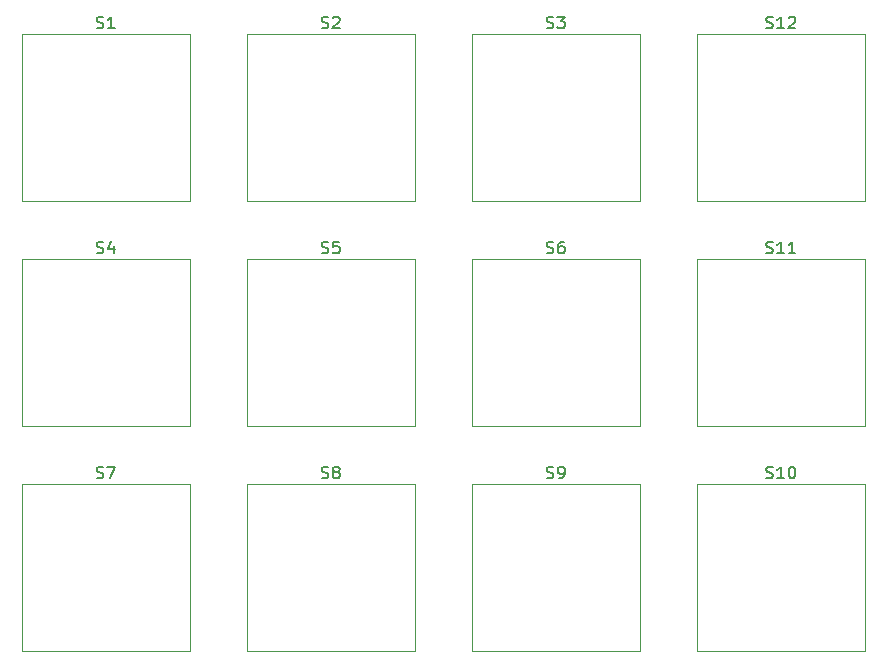
<source format=gbr>
%TF.GenerationSoftware,KiCad,Pcbnew,8.0.5*%
%TF.CreationDate,2024-10-21T21:03:58+03:00*%
%TF.ProjectId,hackpad1,6861636b-7061-4643-912e-6b696361645f,rev?*%
%TF.SameCoordinates,Original*%
%TF.FileFunction,Legend,Top*%
%TF.FilePolarity,Positive*%
%FSLAX46Y46*%
G04 Gerber Fmt 4.6, Leading zero omitted, Abs format (unit mm)*
G04 Created by KiCad (PCBNEW 8.0.5) date 2024-10-21 21:03:58*
%MOMM*%
%LPD*%
G01*
G04 APERTURE LIST*
%ADD10C,0.150000*%
%ADD11C,0.120000*%
G04 APERTURE END LIST*
D10*
X122745595Y-70988450D02*
X122888452Y-71036069D01*
X122888452Y-71036069D02*
X123126547Y-71036069D01*
X123126547Y-71036069D02*
X123221785Y-70988450D01*
X123221785Y-70988450D02*
X123269404Y-70940830D01*
X123269404Y-70940830D02*
X123317023Y-70845592D01*
X123317023Y-70845592D02*
X123317023Y-70750354D01*
X123317023Y-70750354D02*
X123269404Y-70655116D01*
X123269404Y-70655116D02*
X123221785Y-70607497D01*
X123221785Y-70607497D02*
X123126547Y-70559878D01*
X123126547Y-70559878D02*
X122936071Y-70512259D01*
X122936071Y-70512259D02*
X122840833Y-70464640D01*
X122840833Y-70464640D02*
X122793214Y-70417021D01*
X122793214Y-70417021D02*
X122745595Y-70321783D01*
X122745595Y-70321783D02*
X122745595Y-70226545D01*
X122745595Y-70226545D02*
X122793214Y-70131307D01*
X122793214Y-70131307D02*
X122840833Y-70083688D01*
X122840833Y-70083688D02*
X122936071Y-70036069D01*
X122936071Y-70036069D02*
X123174166Y-70036069D01*
X123174166Y-70036069D02*
X123317023Y-70083688D01*
X123697976Y-70131307D02*
X123745595Y-70083688D01*
X123745595Y-70083688D02*
X123840833Y-70036069D01*
X123840833Y-70036069D02*
X124078928Y-70036069D01*
X124078928Y-70036069D02*
X124174166Y-70083688D01*
X124174166Y-70083688D02*
X124221785Y-70131307D01*
X124221785Y-70131307D02*
X124269404Y-70226545D01*
X124269404Y-70226545D02*
X124269404Y-70321783D01*
X124269404Y-70321783D02*
X124221785Y-70464640D01*
X124221785Y-70464640D02*
X123650357Y-71036069D01*
X123650357Y-71036069D02*
X124269404Y-71036069D01*
X141795595Y-70988450D02*
X141938452Y-71036069D01*
X141938452Y-71036069D02*
X142176547Y-71036069D01*
X142176547Y-71036069D02*
X142271785Y-70988450D01*
X142271785Y-70988450D02*
X142319404Y-70940830D01*
X142319404Y-70940830D02*
X142367023Y-70845592D01*
X142367023Y-70845592D02*
X142367023Y-70750354D01*
X142367023Y-70750354D02*
X142319404Y-70655116D01*
X142319404Y-70655116D02*
X142271785Y-70607497D01*
X142271785Y-70607497D02*
X142176547Y-70559878D01*
X142176547Y-70559878D02*
X141986071Y-70512259D01*
X141986071Y-70512259D02*
X141890833Y-70464640D01*
X141890833Y-70464640D02*
X141843214Y-70417021D01*
X141843214Y-70417021D02*
X141795595Y-70321783D01*
X141795595Y-70321783D02*
X141795595Y-70226545D01*
X141795595Y-70226545D02*
X141843214Y-70131307D01*
X141843214Y-70131307D02*
X141890833Y-70083688D01*
X141890833Y-70083688D02*
X141986071Y-70036069D01*
X141986071Y-70036069D02*
X142224166Y-70036069D01*
X142224166Y-70036069D02*
X142367023Y-70083688D01*
X142700357Y-70036069D02*
X143319404Y-70036069D01*
X143319404Y-70036069D02*
X142986071Y-70417021D01*
X142986071Y-70417021D02*
X143128928Y-70417021D01*
X143128928Y-70417021D02*
X143224166Y-70464640D01*
X143224166Y-70464640D02*
X143271785Y-70512259D01*
X143271785Y-70512259D02*
X143319404Y-70607497D01*
X143319404Y-70607497D02*
X143319404Y-70845592D01*
X143319404Y-70845592D02*
X143271785Y-70940830D01*
X143271785Y-70940830D02*
X143224166Y-70988450D01*
X143224166Y-70988450D02*
X143128928Y-71036069D01*
X143128928Y-71036069D02*
X142843214Y-71036069D01*
X142843214Y-71036069D02*
X142747976Y-70988450D01*
X142747976Y-70988450D02*
X142700357Y-70940830D01*
X160369405Y-90038450D02*
X160512262Y-90086069D01*
X160512262Y-90086069D02*
X160750357Y-90086069D01*
X160750357Y-90086069D02*
X160845595Y-90038450D01*
X160845595Y-90038450D02*
X160893214Y-89990830D01*
X160893214Y-89990830D02*
X160940833Y-89895592D01*
X160940833Y-89895592D02*
X160940833Y-89800354D01*
X160940833Y-89800354D02*
X160893214Y-89705116D01*
X160893214Y-89705116D02*
X160845595Y-89657497D01*
X160845595Y-89657497D02*
X160750357Y-89609878D01*
X160750357Y-89609878D02*
X160559881Y-89562259D01*
X160559881Y-89562259D02*
X160464643Y-89514640D01*
X160464643Y-89514640D02*
X160417024Y-89467021D01*
X160417024Y-89467021D02*
X160369405Y-89371783D01*
X160369405Y-89371783D02*
X160369405Y-89276545D01*
X160369405Y-89276545D02*
X160417024Y-89181307D01*
X160417024Y-89181307D02*
X160464643Y-89133688D01*
X160464643Y-89133688D02*
X160559881Y-89086069D01*
X160559881Y-89086069D02*
X160797976Y-89086069D01*
X160797976Y-89086069D02*
X160940833Y-89133688D01*
X161893214Y-90086069D02*
X161321786Y-90086069D01*
X161607500Y-90086069D02*
X161607500Y-89086069D01*
X161607500Y-89086069D02*
X161512262Y-89228926D01*
X161512262Y-89228926D02*
X161417024Y-89324164D01*
X161417024Y-89324164D02*
X161321786Y-89371783D01*
X162845595Y-90086069D02*
X162274167Y-90086069D01*
X162559881Y-90086069D02*
X162559881Y-89086069D01*
X162559881Y-89086069D02*
X162464643Y-89228926D01*
X162464643Y-89228926D02*
X162369405Y-89324164D01*
X162369405Y-89324164D02*
X162274167Y-89371783D01*
X160369405Y-109088450D02*
X160512262Y-109136069D01*
X160512262Y-109136069D02*
X160750357Y-109136069D01*
X160750357Y-109136069D02*
X160845595Y-109088450D01*
X160845595Y-109088450D02*
X160893214Y-109040830D01*
X160893214Y-109040830D02*
X160940833Y-108945592D01*
X160940833Y-108945592D02*
X160940833Y-108850354D01*
X160940833Y-108850354D02*
X160893214Y-108755116D01*
X160893214Y-108755116D02*
X160845595Y-108707497D01*
X160845595Y-108707497D02*
X160750357Y-108659878D01*
X160750357Y-108659878D02*
X160559881Y-108612259D01*
X160559881Y-108612259D02*
X160464643Y-108564640D01*
X160464643Y-108564640D02*
X160417024Y-108517021D01*
X160417024Y-108517021D02*
X160369405Y-108421783D01*
X160369405Y-108421783D02*
X160369405Y-108326545D01*
X160369405Y-108326545D02*
X160417024Y-108231307D01*
X160417024Y-108231307D02*
X160464643Y-108183688D01*
X160464643Y-108183688D02*
X160559881Y-108136069D01*
X160559881Y-108136069D02*
X160797976Y-108136069D01*
X160797976Y-108136069D02*
X160940833Y-108183688D01*
X161893214Y-109136069D02*
X161321786Y-109136069D01*
X161607500Y-109136069D02*
X161607500Y-108136069D01*
X161607500Y-108136069D02*
X161512262Y-108278926D01*
X161512262Y-108278926D02*
X161417024Y-108374164D01*
X161417024Y-108374164D02*
X161321786Y-108421783D01*
X162512262Y-108136069D02*
X162607500Y-108136069D01*
X162607500Y-108136069D02*
X162702738Y-108183688D01*
X162702738Y-108183688D02*
X162750357Y-108231307D01*
X162750357Y-108231307D02*
X162797976Y-108326545D01*
X162797976Y-108326545D02*
X162845595Y-108517021D01*
X162845595Y-108517021D02*
X162845595Y-108755116D01*
X162845595Y-108755116D02*
X162797976Y-108945592D01*
X162797976Y-108945592D02*
X162750357Y-109040830D01*
X162750357Y-109040830D02*
X162702738Y-109088450D01*
X162702738Y-109088450D02*
X162607500Y-109136069D01*
X162607500Y-109136069D02*
X162512262Y-109136069D01*
X162512262Y-109136069D02*
X162417024Y-109088450D01*
X162417024Y-109088450D02*
X162369405Y-109040830D01*
X162369405Y-109040830D02*
X162321786Y-108945592D01*
X162321786Y-108945592D02*
X162274167Y-108755116D01*
X162274167Y-108755116D02*
X162274167Y-108517021D01*
X162274167Y-108517021D02*
X162321786Y-108326545D01*
X162321786Y-108326545D02*
X162369405Y-108231307D01*
X162369405Y-108231307D02*
X162417024Y-108183688D01*
X162417024Y-108183688D02*
X162512262Y-108136069D01*
X103695595Y-70988450D02*
X103838452Y-71036069D01*
X103838452Y-71036069D02*
X104076547Y-71036069D01*
X104076547Y-71036069D02*
X104171785Y-70988450D01*
X104171785Y-70988450D02*
X104219404Y-70940830D01*
X104219404Y-70940830D02*
X104267023Y-70845592D01*
X104267023Y-70845592D02*
X104267023Y-70750354D01*
X104267023Y-70750354D02*
X104219404Y-70655116D01*
X104219404Y-70655116D02*
X104171785Y-70607497D01*
X104171785Y-70607497D02*
X104076547Y-70559878D01*
X104076547Y-70559878D02*
X103886071Y-70512259D01*
X103886071Y-70512259D02*
X103790833Y-70464640D01*
X103790833Y-70464640D02*
X103743214Y-70417021D01*
X103743214Y-70417021D02*
X103695595Y-70321783D01*
X103695595Y-70321783D02*
X103695595Y-70226545D01*
X103695595Y-70226545D02*
X103743214Y-70131307D01*
X103743214Y-70131307D02*
X103790833Y-70083688D01*
X103790833Y-70083688D02*
X103886071Y-70036069D01*
X103886071Y-70036069D02*
X104124166Y-70036069D01*
X104124166Y-70036069D02*
X104267023Y-70083688D01*
X105219404Y-71036069D02*
X104647976Y-71036069D01*
X104933690Y-71036069D02*
X104933690Y-70036069D01*
X104933690Y-70036069D02*
X104838452Y-70178926D01*
X104838452Y-70178926D02*
X104743214Y-70274164D01*
X104743214Y-70274164D02*
X104647976Y-70321783D01*
X141795595Y-90038450D02*
X141938452Y-90086069D01*
X141938452Y-90086069D02*
X142176547Y-90086069D01*
X142176547Y-90086069D02*
X142271785Y-90038450D01*
X142271785Y-90038450D02*
X142319404Y-89990830D01*
X142319404Y-89990830D02*
X142367023Y-89895592D01*
X142367023Y-89895592D02*
X142367023Y-89800354D01*
X142367023Y-89800354D02*
X142319404Y-89705116D01*
X142319404Y-89705116D02*
X142271785Y-89657497D01*
X142271785Y-89657497D02*
X142176547Y-89609878D01*
X142176547Y-89609878D02*
X141986071Y-89562259D01*
X141986071Y-89562259D02*
X141890833Y-89514640D01*
X141890833Y-89514640D02*
X141843214Y-89467021D01*
X141843214Y-89467021D02*
X141795595Y-89371783D01*
X141795595Y-89371783D02*
X141795595Y-89276545D01*
X141795595Y-89276545D02*
X141843214Y-89181307D01*
X141843214Y-89181307D02*
X141890833Y-89133688D01*
X141890833Y-89133688D02*
X141986071Y-89086069D01*
X141986071Y-89086069D02*
X142224166Y-89086069D01*
X142224166Y-89086069D02*
X142367023Y-89133688D01*
X143224166Y-89086069D02*
X143033690Y-89086069D01*
X143033690Y-89086069D02*
X142938452Y-89133688D01*
X142938452Y-89133688D02*
X142890833Y-89181307D01*
X142890833Y-89181307D02*
X142795595Y-89324164D01*
X142795595Y-89324164D02*
X142747976Y-89514640D01*
X142747976Y-89514640D02*
X142747976Y-89895592D01*
X142747976Y-89895592D02*
X142795595Y-89990830D01*
X142795595Y-89990830D02*
X142843214Y-90038450D01*
X142843214Y-90038450D02*
X142938452Y-90086069D01*
X142938452Y-90086069D02*
X143128928Y-90086069D01*
X143128928Y-90086069D02*
X143224166Y-90038450D01*
X143224166Y-90038450D02*
X143271785Y-89990830D01*
X143271785Y-89990830D02*
X143319404Y-89895592D01*
X143319404Y-89895592D02*
X143319404Y-89657497D01*
X143319404Y-89657497D02*
X143271785Y-89562259D01*
X143271785Y-89562259D02*
X143224166Y-89514640D01*
X143224166Y-89514640D02*
X143128928Y-89467021D01*
X143128928Y-89467021D02*
X142938452Y-89467021D01*
X142938452Y-89467021D02*
X142843214Y-89514640D01*
X142843214Y-89514640D02*
X142795595Y-89562259D01*
X142795595Y-89562259D02*
X142747976Y-89657497D01*
X103695595Y-109088450D02*
X103838452Y-109136069D01*
X103838452Y-109136069D02*
X104076547Y-109136069D01*
X104076547Y-109136069D02*
X104171785Y-109088450D01*
X104171785Y-109088450D02*
X104219404Y-109040830D01*
X104219404Y-109040830D02*
X104267023Y-108945592D01*
X104267023Y-108945592D02*
X104267023Y-108850354D01*
X104267023Y-108850354D02*
X104219404Y-108755116D01*
X104219404Y-108755116D02*
X104171785Y-108707497D01*
X104171785Y-108707497D02*
X104076547Y-108659878D01*
X104076547Y-108659878D02*
X103886071Y-108612259D01*
X103886071Y-108612259D02*
X103790833Y-108564640D01*
X103790833Y-108564640D02*
X103743214Y-108517021D01*
X103743214Y-108517021D02*
X103695595Y-108421783D01*
X103695595Y-108421783D02*
X103695595Y-108326545D01*
X103695595Y-108326545D02*
X103743214Y-108231307D01*
X103743214Y-108231307D02*
X103790833Y-108183688D01*
X103790833Y-108183688D02*
X103886071Y-108136069D01*
X103886071Y-108136069D02*
X104124166Y-108136069D01*
X104124166Y-108136069D02*
X104267023Y-108183688D01*
X104600357Y-108136069D02*
X105267023Y-108136069D01*
X105267023Y-108136069D02*
X104838452Y-109136069D01*
X122745595Y-90038450D02*
X122888452Y-90086069D01*
X122888452Y-90086069D02*
X123126547Y-90086069D01*
X123126547Y-90086069D02*
X123221785Y-90038450D01*
X123221785Y-90038450D02*
X123269404Y-89990830D01*
X123269404Y-89990830D02*
X123317023Y-89895592D01*
X123317023Y-89895592D02*
X123317023Y-89800354D01*
X123317023Y-89800354D02*
X123269404Y-89705116D01*
X123269404Y-89705116D02*
X123221785Y-89657497D01*
X123221785Y-89657497D02*
X123126547Y-89609878D01*
X123126547Y-89609878D02*
X122936071Y-89562259D01*
X122936071Y-89562259D02*
X122840833Y-89514640D01*
X122840833Y-89514640D02*
X122793214Y-89467021D01*
X122793214Y-89467021D02*
X122745595Y-89371783D01*
X122745595Y-89371783D02*
X122745595Y-89276545D01*
X122745595Y-89276545D02*
X122793214Y-89181307D01*
X122793214Y-89181307D02*
X122840833Y-89133688D01*
X122840833Y-89133688D02*
X122936071Y-89086069D01*
X122936071Y-89086069D02*
X123174166Y-89086069D01*
X123174166Y-89086069D02*
X123317023Y-89133688D01*
X124221785Y-89086069D02*
X123745595Y-89086069D01*
X123745595Y-89086069D02*
X123697976Y-89562259D01*
X123697976Y-89562259D02*
X123745595Y-89514640D01*
X123745595Y-89514640D02*
X123840833Y-89467021D01*
X123840833Y-89467021D02*
X124078928Y-89467021D01*
X124078928Y-89467021D02*
X124174166Y-89514640D01*
X124174166Y-89514640D02*
X124221785Y-89562259D01*
X124221785Y-89562259D02*
X124269404Y-89657497D01*
X124269404Y-89657497D02*
X124269404Y-89895592D01*
X124269404Y-89895592D02*
X124221785Y-89990830D01*
X124221785Y-89990830D02*
X124174166Y-90038450D01*
X124174166Y-90038450D02*
X124078928Y-90086069D01*
X124078928Y-90086069D02*
X123840833Y-90086069D01*
X123840833Y-90086069D02*
X123745595Y-90038450D01*
X123745595Y-90038450D02*
X123697976Y-89990830D01*
X141795595Y-109088450D02*
X141938452Y-109136069D01*
X141938452Y-109136069D02*
X142176547Y-109136069D01*
X142176547Y-109136069D02*
X142271785Y-109088450D01*
X142271785Y-109088450D02*
X142319404Y-109040830D01*
X142319404Y-109040830D02*
X142367023Y-108945592D01*
X142367023Y-108945592D02*
X142367023Y-108850354D01*
X142367023Y-108850354D02*
X142319404Y-108755116D01*
X142319404Y-108755116D02*
X142271785Y-108707497D01*
X142271785Y-108707497D02*
X142176547Y-108659878D01*
X142176547Y-108659878D02*
X141986071Y-108612259D01*
X141986071Y-108612259D02*
X141890833Y-108564640D01*
X141890833Y-108564640D02*
X141843214Y-108517021D01*
X141843214Y-108517021D02*
X141795595Y-108421783D01*
X141795595Y-108421783D02*
X141795595Y-108326545D01*
X141795595Y-108326545D02*
X141843214Y-108231307D01*
X141843214Y-108231307D02*
X141890833Y-108183688D01*
X141890833Y-108183688D02*
X141986071Y-108136069D01*
X141986071Y-108136069D02*
X142224166Y-108136069D01*
X142224166Y-108136069D02*
X142367023Y-108183688D01*
X142843214Y-109136069D02*
X143033690Y-109136069D01*
X143033690Y-109136069D02*
X143128928Y-109088450D01*
X143128928Y-109088450D02*
X143176547Y-109040830D01*
X143176547Y-109040830D02*
X143271785Y-108897973D01*
X143271785Y-108897973D02*
X143319404Y-108707497D01*
X143319404Y-108707497D02*
X143319404Y-108326545D01*
X143319404Y-108326545D02*
X143271785Y-108231307D01*
X143271785Y-108231307D02*
X143224166Y-108183688D01*
X143224166Y-108183688D02*
X143128928Y-108136069D01*
X143128928Y-108136069D02*
X142938452Y-108136069D01*
X142938452Y-108136069D02*
X142843214Y-108183688D01*
X142843214Y-108183688D02*
X142795595Y-108231307D01*
X142795595Y-108231307D02*
X142747976Y-108326545D01*
X142747976Y-108326545D02*
X142747976Y-108564640D01*
X142747976Y-108564640D02*
X142795595Y-108659878D01*
X142795595Y-108659878D02*
X142843214Y-108707497D01*
X142843214Y-108707497D02*
X142938452Y-108755116D01*
X142938452Y-108755116D02*
X143128928Y-108755116D01*
X143128928Y-108755116D02*
X143224166Y-108707497D01*
X143224166Y-108707497D02*
X143271785Y-108659878D01*
X143271785Y-108659878D02*
X143319404Y-108564640D01*
X103695595Y-90038450D02*
X103838452Y-90086069D01*
X103838452Y-90086069D02*
X104076547Y-90086069D01*
X104076547Y-90086069D02*
X104171785Y-90038450D01*
X104171785Y-90038450D02*
X104219404Y-89990830D01*
X104219404Y-89990830D02*
X104267023Y-89895592D01*
X104267023Y-89895592D02*
X104267023Y-89800354D01*
X104267023Y-89800354D02*
X104219404Y-89705116D01*
X104219404Y-89705116D02*
X104171785Y-89657497D01*
X104171785Y-89657497D02*
X104076547Y-89609878D01*
X104076547Y-89609878D02*
X103886071Y-89562259D01*
X103886071Y-89562259D02*
X103790833Y-89514640D01*
X103790833Y-89514640D02*
X103743214Y-89467021D01*
X103743214Y-89467021D02*
X103695595Y-89371783D01*
X103695595Y-89371783D02*
X103695595Y-89276545D01*
X103695595Y-89276545D02*
X103743214Y-89181307D01*
X103743214Y-89181307D02*
X103790833Y-89133688D01*
X103790833Y-89133688D02*
X103886071Y-89086069D01*
X103886071Y-89086069D02*
X104124166Y-89086069D01*
X104124166Y-89086069D02*
X104267023Y-89133688D01*
X105124166Y-89419402D02*
X105124166Y-90086069D01*
X104886071Y-89038450D02*
X104647976Y-89752735D01*
X104647976Y-89752735D02*
X105267023Y-89752735D01*
X122745595Y-109088450D02*
X122888452Y-109136069D01*
X122888452Y-109136069D02*
X123126547Y-109136069D01*
X123126547Y-109136069D02*
X123221785Y-109088450D01*
X123221785Y-109088450D02*
X123269404Y-109040830D01*
X123269404Y-109040830D02*
X123317023Y-108945592D01*
X123317023Y-108945592D02*
X123317023Y-108850354D01*
X123317023Y-108850354D02*
X123269404Y-108755116D01*
X123269404Y-108755116D02*
X123221785Y-108707497D01*
X123221785Y-108707497D02*
X123126547Y-108659878D01*
X123126547Y-108659878D02*
X122936071Y-108612259D01*
X122936071Y-108612259D02*
X122840833Y-108564640D01*
X122840833Y-108564640D02*
X122793214Y-108517021D01*
X122793214Y-108517021D02*
X122745595Y-108421783D01*
X122745595Y-108421783D02*
X122745595Y-108326545D01*
X122745595Y-108326545D02*
X122793214Y-108231307D01*
X122793214Y-108231307D02*
X122840833Y-108183688D01*
X122840833Y-108183688D02*
X122936071Y-108136069D01*
X122936071Y-108136069D02*
X123174166Y-108136069D01*
X123174166Y-108136069D02*
X123317023Y-108183688D01*
X123888452Y-108564640D02*
X123793214Y-108517021D01*
X123793214Y-108517021D02*
X123745595Y-108469402D01*
X123745595Y-108469402D02*
X123697976Y-108374164D01*
X123697976Y-108374164D02*
X123697976Y-108326545D01*
X123697976Y-108326545D02*
X123745595Y-108231307D01*
X123745595Y-108231307D02*
X123793214Y-108183688D01*
X123793214Y-108183688D02*
X123888452Y-108136069D01*
X123888452Y-108136069D02*
X124078928Y-108136069D01*
X124078928Y-108136069D02*
X124174166Y-108183688D01*
X124174166Y-108183688D02*
X124221785Y-108231307D01*
X124221785Y-108231307D02*
X124269404Y-108326545D01*
X124269404Y-108326545D02*
X124269404Y-108374164D01*
X124269404Y-108374164D02*
X124221785Y-108469402D01*
X124221785Y-108469402D02*
X124174166Y-108517021D01*
X124174166Y-108517021D02*
X124078928Y-108564640D01*
X124078928Y-108564640D02*
X123888452Y-108564640D01*
X123888452Y-108564640D02*
X123793214Y-108612259D01*
X123793214Y-108612259D02*
X123745595Y-108659878D01*
X123745595Y-108659878D02*
X123697976Y-108755116D01*
X123697976Y-108755116D02*
X123697976Y-108945592D01*
X123697976Y-108945592D02*
X123745595Y-109040830D01*
X123745595Y-109040830D02*
X123793214Y-109088450D01*
X123793214Y-109088450D02*
X123888452Y-109136069D01*
X123888452Y-109136069D02*
X124078928Y-109136069D01*
X124078928Y-109136069D02*
X124174166Y-109088450D01*
X124174166Y-109088450D02*
X124221785Y-109040830D01*
X124221785Y-109040830D02*
X124269404Y-108945592D01*
X124269404Y-108945592D02*
X124269404Y-108755116D01*
X124269404Y-108755116D02*
X124221785Y-108659878D01*
X124221785Y-108659878D02*
X124174166Y-108612259D01*
X124174166Y-108612259D02*
X124078928Y-108564640D01*
X160369405Y-70988450D02*
X160512262Y-71036069D01*
X160512262Y-71036069D02*
X160750357Y-71036069D01*
X160750357Y-71036069D02*
X160845595Y-70988450D01*
X160845595Y-70988450D02*
X160893214Y-70940830D01*
X160893214Y-70940830D02*
X160940833Y-70845592D01*
X160940833Y-70845592D02*
X160940833Y-70750354D01*
X160940833Y-70750354D02*
X160893214Y-70655116D01*
X160893214Y-70655116D02*
X160845595Y-70607497D01*
X160845595Y-70607497D02*
X160750357Y-70559878D01*
X160750357Y-70559878D02*
X160559881Y-70512259D01*
X160559881Y-70512259D02*
X160464643Y-70464640D01*
X160464643Y-70464640D02*
X160417024Y-70417021D01*
X160417024Y-70417021D02*
X160369405Y-70321783D01*
X160369405Y-70321783D02*
X160369405Y-70226545D01*
X160369405Y-70226545D02*
X160417024Y-70131307D01*
X160417024Y-70131307D02*
X160464643Y-70083688D01*
X160464643Y-70083688D02*
X160559881Y-70036069D01*
X160559881Y-70036069D02*
X160797976Y-70036069D01*
X160797976Y-70036069D02*
X160940833Y-70083688D01*
X161893214Y-71036069D02*
X161321786Y-71036069D01*
X161607500Y-71036069D02*
X161607500Y-70036069D01*
X161607500Y-70036069D02*
X161512262Y-70178926D01*
X161512262Y-70178926D02*
X161417024Y-70274164D01*
X161417024Y-70274164D02*
X161321786Y-70321783D01*
X162274167Y-70131307D02*
X162321786Y-70083688D01*
X162321786Y-70083688D02*
X162417024Y-70036069D01*
X162417024Y-70036069D02*
X162655119Y-70036069D01*
X162655119Y-70036069D02*
X162750357Y-70083688D01*
X162750357Y-70083688D02*
X162797976Y-70131307D01*
X162797976Y-70131307D02*
X162845595Y-70226545D01*
X162845595Y-70226545D02*
X162845595Y-70321783D01*
X162845595Y-70321783D02*
X162797976Y-70464640D01*
X162797976Y-70464640D02*
X162226548Y-71036069D01*
X162226548Y-71036069D02*
X162845595Y-71036069D01*
D11*
%TO.C,S2*%
X116407500Y-71481250D02*
X116407500Y-85681250D01*
X116407500Y-85681250D02*
X130607500Y-85681250D01*
X130607500Y-71481250D02*
X116407500Y-71481250D01*
X130607500Y-85681250D02*
X130607500Y-71481250D01*
%TO.C,S3*%
X135457500Y-71481250D02*
X135457500Y-85681250D01*
X135457500Y-85681250D02*
X149657500Y-85681250D01*
X149657500Y-71481250D02*
X135457500Y-71481250D01*
X149657500Y-85681250D02*
X149657500Y-71481250D01*
%TO.C,S11*%
X154507500Y-90531250D02*
X154507500Y-104731250D01*
X154507500Y-104731250D02*
X168707500Y-104731250D01*
X168707500Y-90531250D02*
X154507500Y-90531250D01*
X168707500Y-104731250D02*
X168707500Y-90531250D01*
%TO.C,S10*%
X154507500Y-109581250D02*
X154507500Y-123781250D01*
X154507500Y-123781250D02*
X168707500Y-123781250D01*
X168707500Y-109581250D02*
X154507500Y-109581250D01*
X168707500Y-123781250D02*
X168707500Y-109581250D01*
%TO.C,S1*%
X97357500Y-71481250D02*
X97357500Y-85681250D01*
X97357500Y-85681250D02*
X111557500Y-85681250D01*
X111557500Y-71481250D02*
X97357500Y-71481250D01*
X111557500Y-85681250D02*
X111557500Y-71481250D01*
%TO.C,S6*%
X135457500Y-90531250D02*
X135457500Y-104731250D01*
X135457500Y-104731250D02*
X149657500Y-104731250D01*
X149657500Y-90531250D02*
X135457500Y-90531250D01*
X149657500Y-104731250D02*
X149657500Y-90531250D01*
%TO.C,S7*%
X97357500Y-109581250D02*
X97357500Y-123781250D01*
X97357500Y-123781250D02*
X111557500Y-123781250D01*
X111557500Y-109581250D02*
X97357500Y-109581250D01*
X111557500Y-123781250D02*
X111557500Y-109581250D01*
%TO.C,S5*%
X116407500Y-90531250D02*
X116407500Y-104731250D01*
X116407500Y-104731250D02*
X130607500Y-104731250D01*
X130607500Y-90531250D02*
X116407500Y-90531250D01*
X130607500Y-104731250D02*
X130607500Y-90531250D01*
%TO.C,S9*%
X135457500Y-109581250D02*
X135457500Y-123781250D01*
X135457500Y-123781250D02*
X149657500Y-123781250D01*
X149657500Y-109581250D02*
X135457500Y-109581250D01*
X149657500Y-123781250D02*
X149657500Y-109581250D01*
%TO.C,S4*%
X97357500Y-90531250D02*
X97357500Y-104731250D01*
X97357500Y-104731250D02*
X111557500Y-104731250D01*
X111557500Y-90531250D02*
X97357500Y-90531250D01*
X111557500Y-104731250D02*
X111557500Y-90531250D01*
%TO.C,S8*%
X116407500Y-109581250D02*
X116407500Y-123781250D01*
X116407500Y-123781250D02*
X130607500Y-123781250D01*
X130607500Y-109581250D02*
X116407500Y-109581250D01*
X130607500Y-123781250D02*
X130607500Y-109581250D01*
%TO.C,S12*%
X154507500Y-71481250D02*
X154507500Y-85681250D01*
X154507500Y-85681250D02*
X168707500Y-85681250D01*
X168707500Y-71481250D02*
X154507500Y-71481250D01*
X168707500Y-85681250D02*
X168707500Y-71481250D01*
%TD*%
M02*

</source>
